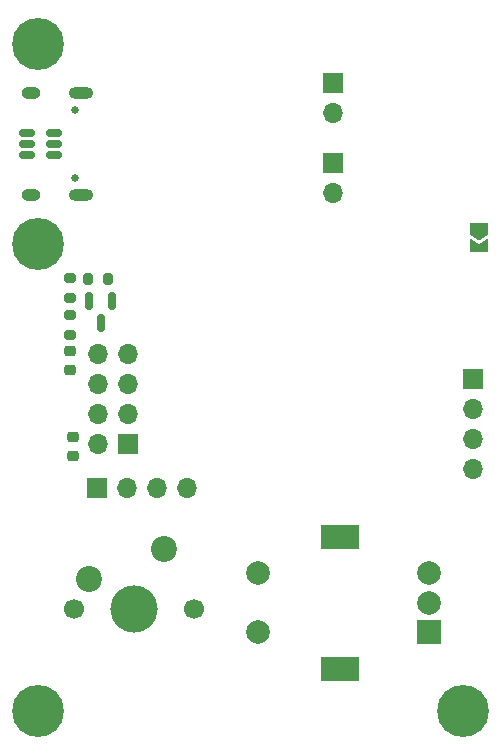
<source format=gbs>
%TF.GenerationSoftware,KiCad,Pcbnew,8.0.5*%
%TF.CreationDate,2024-10-25T17:03:13+02:00*%
%TF.ProjectId,Keyboard_PCB,4b657962-6f61-4726-945f-5043422e6b69,rev?*%
%TF.SameCoordinates,Original*%
%TF.FileFunction,Soldermask,Bot*%
%TF.FilePolarity,Negative*%
%FSLAX46Y46*%
G04 Gerber Fmt 4.6, Leading zero omitted, Abs format (unit mm)*
G04 Created by KiCad (PCBNEW 8.0.5) date 2024-10-25 17:03:13*
%MOMM*%
%LPD*%
G01*
G04 APERTURE LIST*
G04 Aperture macros list*
%AMRoundRect*
0 Rectangle with rounded corners*
0 $1 Rounding radius*
0 $2 $3 $4 $5 $6 $7 $8 $9 X,Y pos of 4 corners*
0 Add a 4 corners polygon primitive as box body*
4,1,4,$2,$3,$4,$5,$6,$7,$8,$9,$2,$3,0*
0 Add four circle primitives for the rounded corners*
1,1,$1+$1,$2,$3*
1,1,$1+$1,$4,$5*
1,1,$1+$1,$6,$7*
1,1,$1+$1,$8,$9*
0 Add four rect primitives between the rounded corners*
20,1,$1+$1,$2,$3,$4,$5,0*
20,1,$1+$1,$4,$5,$6,$7,0*
20,1,$1+$1,$6,$7,$8,$9,0*
20,1,$1+$1,$8,$9,$2,$3,0*%
%AMFreePoly0*
4,1,6,1.000000,0.000000,0.500000,-0.750000,-0.500000,-0.750000,-0.500000,0.750000,0.500000,0.750000,1.000000,0.000000,1.000000,0.000000,$1*%
%AMFreePoly1*
4,1,6,0.500000,-0.750000,-0.650000,-0.750000,-0.150000,0.000000,-0.650000,0.750000,0.500000,0.750000,0.500000,-0.750000,0.500000,-0.750000,$1*%
G04 Aperture macros list end*
%ADD10FreePoly0,270.000000*%
%ADD11FreePoly1,270.000000*%
%ADD12C,1.700000*%
%ADD13C,4.000000*%
%ADD14C,2.200000*%
%ADD15C,0.650000*%
%ADD16O,2.100000X1.000000*%
%ADD17O,1.600000X1.000000*%
%ADD18R,1.700000X1.700000*%
%ADD19O,1.700000X1.700000*%
%ADD20C,0.700000*%
%ADD21C,4.400000*%
%ADD22R,2.000000X2.000000*%
%ADD23C,2.000000*%
%ADD24R,3.200000X2.000000*%
%ADD25RoundRect,0.200000X0.275000X-0.200000X0.275000X0.200000X-0.275000X0.200000X-0.275000X-0.200000X0*%
%ADD26RoundRect,0.150000X-0.150000X0.587500X-0.150000X-0.587500X0.150000X-0.587500X0.150000X0.587500X0*%
%ADD27RoundRect,0.225000X0.250000X-0.225000X0.250000X0.225000X-0.250000X0.225000X-0.250000X-0.225000X0*%
%ADD28RoundRect,0.150000X0.512500X0.150000X-0.512500X0.150000X-0.512500X-0.150000X0.512500X-0.150000X0*%
%ADD29RoundRect,0.200000X-0.200000X-0.275000X0.200000X-0.275000X0.200000X0.275000X-0.200000X0.275000X0*%
%ADD30RoundRect,0.200000X-0.275000X0.200000X-0.275000X-0.200000X0.275000X-0.200000X0.275000X0.200000X0*%
G04 APERTURE END LIST*
D10*
%TO.C,JP3*%
X125318750Y-207802501D03*
D11*
X125318750Y-209252499D03*
%TD*%
D12*
%TO.C,SW2*%
X91038751Y-239952500D03*
D13*
X96118751Y-239952500D03*
D12*
X101198751Y-239952500D03*
D14*
X98658751Y-234872500D03*
X92308751Y-237412500D03*
%TD*%
D15*
%TO.C,J2*%
X91073750Y-197737500D03*
X91073750Y-203517500D03*
D16*
X91573750Y-196307500D03*
D17*
X87393750Y-196307500D03*
D16*
X91573750Y-204947500D03*
D17*
X87393750Y-204947500D03*
%TD*%
D18*
%TO.C,J1*%
X92993750Y-229702500D03*
D19*
X95533750Y-229702500D03*
X98073749Y-229702500D03*
X100613750Y-229702500D03*
%TD*%
D18*
%TO.C,J5*%
X124793750Y-220477500D03*
D19*
X124793750Y-223017500D03*
X124793750Y-225557499D03*
X124793750Y-228097500D03*
%TD*%
D20*
%TO.C,H4*%
X122318750Y-248627500D03*
X122802024Y-247460774D03*
X122802024Y-249794226D03*
X123968750Y-246977500D03*
D21*
X123968750Y-248627500D03*
D20*
X123968750Y-250277500D03*
X125135476Y-247460774D03*
X125135476Y-249794226D03*
X125618750Y-248627500D03*
%TD*%
D18*
%TO.C,BT1*%
X112953750Y-195467500D03*
D19*
X112953750Y-198007500D03*
%TD*%
D20*
%TO.C,H2*%
X86318750Y-209127500D03*
X86802024Y-207960774D03*
X86802024Y-210294226D03*
X87968750Y-207477500D03*
D21*
X87968750Y-209127500D03*
D20*
X87968750Y-210777500D03*
X89135476Y-207960774D03*
X89135476Y-210294226D03*
X89618750Y-209127500D03*
%TD*%
D18*
%TO.C,J3*%
X95558750Y-225977500D03*
D19*
X93018750Y-225977500D03*
X95558750Y-223437500D03*
X93018750Y-223437500D03*
X95558750Y-220897501D03*
X93018750Y-220897500D03*
X95558750Y-218357500D03*
X93018750Y-218357500D03*
%TD*%
D22*
%TO.C,SW1*%
X121068750Y-241977500D03*
D23*
X121068750Y-236977500D03*
X121068750Y-239477500D03*
D24*
X113568750Y-245077500D03*
X113568750Y-233877500D03*
D23*
X106568750Y-236977500D03*
X106568750Y-241977500D03*
%TD*%
D18*
%TO.C,BT2*%
X112953750Y-202217500D03*
D19*
X112953750Y-204757500D03*
%TD*%
D20*
%TO.C,H3*%
X86318750Y-248627500D03*
X86802024Y-247460774D03*
X86802024Y-249794226D03*
X87968750Y-246977500D03*
D21*
X87968750Y-248627500D03*
D20*
X87968750Y-250277500D03*
X89135476Y-247460774D03*
X89135476Y-249794226D03*
X89618750Y-248627500D03*
%TD*%
%TO.C,H1*%
X86318750Y-192127500D03*
X86802024Y-190960774D03*
X86802024Y-193294226D03*
X87968750Y-190477500D03*
D21*
X87968750Y-192127500D03*
D20*
X87968750Y-193777500D03*
X89135476Y-190960774D03*
X89135476Y-193294226D03*
X89618750Y-192127500D03*
%TD*%
D25*
%TO.C,R27*%
X90718750Y-213652500D03*
X90718750Y-212002500D03*
%TD*%
D26*
%TO.C,Q1*%
X92318750Y-213940000D03*
X94218750Y-213940000D03*
X93268750Y-215815001D03*
%TD*%
D27*
%TO.C,C12*%
X90718750Y-219727500D03*
X90718750Y-218177500D03*
%TD*%
D28*
%TO.C,U3*%
X89356250Y-199677501D03*
X89356250Y-200627500D03*
X89356250Y-201577499D03*
X87081250Y-201577499D03*
X87081250Y-200627500D03*
X87081250Y-199677501D03*
%TD*%
D29*
%TO.C,R26*%
X92243750Y-212077500D03*
X93893750Y-212077500D03*
%TD*%
D27*
%TO.C,C11*%
X90968750Y-227002500D03*
X90968750Y-225452500D03*
%TD*%
D30*
%TO.C,R28*%
X90718750Y-215102500D03*
X90718750Y-216752500D03*
%TD*%
M02*

</source>
